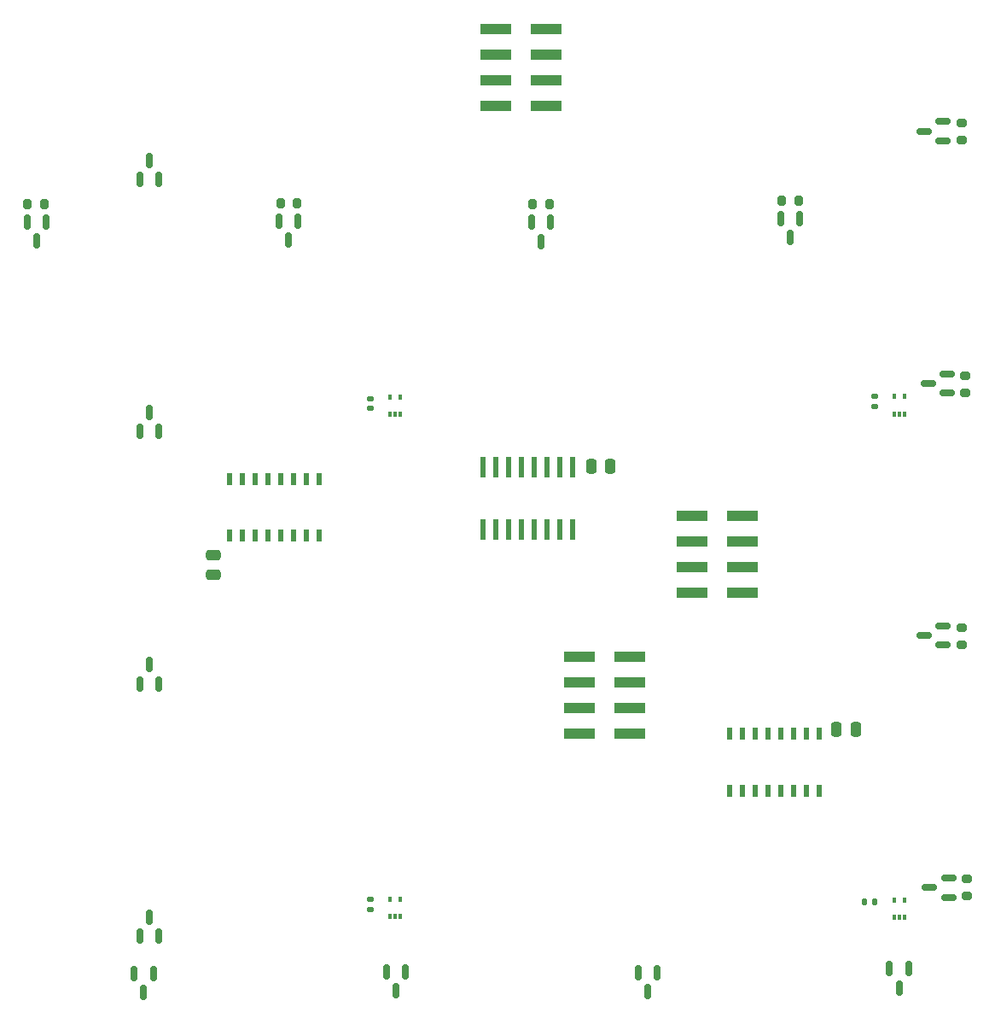
<source format=gbr>
%TF.GenerationSoftware,KiCad,Pcbnew,(6.0.2)*%
%TF.CreationDate,2022-06-27T16:52:27+02:00*%
%TF.ProjectId,RowdyTestBoard2,526f7764-7954-4657-9374-426f61726432,rev?*%
%TF.SameCoordinates,Original*%
%TF.FileFunction,Paste,Bot*%
%TF.FilePolarity,Positive*%
%FSLAX46Y46*%
G04 Gerber Fmt 4.6, Leading zero omitted, Abs format (unit mm)*
G04 Created by KiCad (PCBNEW (6.0.2)) date 2022-06-27 16:52:27*
%MOMM*%
%LPD*%
G01*
G04 APERTURE LIST*
G04 Aperture macros list*
%AMRoundRect*
0 Rectangle with rounded corners*
0 $1 Rounding radius*
0 $2 $3 $4 $5 $6 $7 $8 $9 X,Y pos of 4 corners*
0 Add a 4 corners polygon primitive as box body*
4,1,4,$2,$3,$4,$5,$6,$7,$8,$9,$2,$3,0*
0 Add four circle primitives for the rounded corners*
1,1,$1+$1,$2,$3*
1,1,$1+$1,$4,$5*
1,1,$1+$1,$6,$7*
1,1,$1+$1,$8,$9*
0 Add four rect primitives between the rounded corners*
20,1,$1+$1,$2,$3,$4,$5,0*
20,1,$1+$1,$4,$5,$6,$7,0*
20,1,$1+$1,$6,$7,$8,$9,0*
20,1,$1+$1,$8,$9,$2,$3,0*%
G04 Aperture macros list end*
%ADD10R,3.150000X1.000000*%
%ADD11RoundRect,0.140000X-0.170000X0.140000X-0.170000X-0.140000X0.170000X-0.140000X0.170000X0.140000X0*%
%ADD12RoundRect,0.250000X-0.250000X-0.475000X0.250000X-0.475000X0.250000X0.475000X-0.250000X0.475000X0*%
%ADD13RoundRect,0.200000X0.200000X0.275000X-0.200000X0.275000X-0.200000X-0.275000X0.200000X-0.275000X0*%
%ADD14RoundRect,0.150000X-0.150000X0.587500X-0.150000X-0.587500X0.150000X-0.587500X0.150000X0.587500X0*%
%ADD15RoundRect,0.150000X0.150000X-0.587500X0.150000X0.587500X-0.150000X0.587500X-0.150000X-0.587500X0*%
%ADD16R,0.375000X0.500000*%
%ADD17RoundRect,0.200000X0.275000X-0.200000X0.275000X0.200000X-0.275000X0.200000X-0.275000X-0.200000X0*%
%ADD18RoundRect,0.140000X0.140000X0.170000X-0.140000X0.170000X-0.140000X-0.170000X0.140000X-0.170000X0*%
%ADD19RoundRect,0.150000X0.587500X0.150000X-0.587500X0.150000X-0.587500X-0.150000X0.587500X-0.150000X0*%
%ADD20R,0.600000X1.200000*%
%ADD21R,0.500000X2.000000*%
%ADD22RoundRect,0.250000X-0.475000X0.250000X-0.475000X-0.250000X0.475000X-0.250000X0.475000X0.250000X0*%
G04 APERTURE END LIST*
D10*
%TO.C,J3*%
X152486600Y-52222400D03*
X147436600Y-52222400D03*
X152486600Y-54762400D03*
X147436600Y-54762400D03*
X152486600Y-57302400D03*
X147436600Y-57302400D03*
X152486600Y-59842400D03*
X147436600Y-59842400D03*
%TD*%
D11*
%TO.C,C4*%
X135026400Y-88851800D03*
X135026400Y-89811800D03*
%TD*%
D12*
%TO.C,C2*%
X181259400Y-121615200D03*
X183159400Y-121615200D03*
%TD*%
D13*
%TO.C,R4*%
X177497600Y-69178400D03*
X175847600Y-69178400D03*
%TD*%
D10*
%TO.C,J1*%
X171943000Y-100457000D03*
X166893000Y-100457000D03*
X171943000Y-102997000D03*
X166893000Y-102997000D03*
X171943000Y-105537000D03*
X166893000Y-105537000D03*
X171943000Y-108077000D03*
X166893000Y-108077000D03*
%TD*%
D14*
%TO.C,Q8*%
X175732400Y-70976100D03*
X177632400Y-70976100D03*
X176682400Y-72851100D03*
%TD*%
%TO.C,Q12*%
X186527400Y-145366500D03*
X188427400Y-145366500D03*
X187477400Y-147241500D03*
%TD*%
%TO.C,Q10*%
X136616400Y-145645900D03*
X138516400Y-145645900D03*
X137566400Y-147520900D03*
%TD*%
D15*
%TO.C,Q3*%
X114030800Y-117091700D03*
X112130800Y-117091700D03*
X113080800Y-115216700D03*
%TD*%
D11*
%TO.C,C6*%
X135026400Y-138508800D03*
X135026400Y-139468800D03*
%TD*%
D16*
%TO.C,IC2*%
X187977400Y-90336800D03*
X187477400Y-90336800D03*
X186977400Y-90336800D03*
X186977400Y-88636800D03*
X187977400Y-88636800D03*
%TD*%
D17*
%TO.C,R6*%
X194056000Y-88238600D03*
X194056000Y-86588600D03*
%TD*%
D15*
%TO.C,Q2*%
X114030800Y-92091700D03*
X112130800Y-92091700D03*
X113080800Y-90216700D03*
%TD*%
D13*
%TO.C,R3*%
X152770200Y-69534000D03*
X151120200Y-69534000D03*
%TD*%
D15*
%TO.C,Q4*%
X114030800Y-142091700D03*
X112130800Y-142091700D03*
X113080800Y-140216700D03*
%TD*%
D18*
%TO.C,C7*%
X185011000Y-138684000D03*
X184051000Y-138684000D03*
%TD*%
D14*
%TO.C,Q7*%
X151018200Y-71363500D03*
X152918200Y-71363500D03*
X151968200Y-73238500D03*
%TD*%
D17*
%TO.C,R8*%
X194183000Y-138086600D03*
X194183000Y-136436600D03*
%TD*%
D13*
%TO.C,R2*%
X127738000Y-69449800D03*
X126088000Y-69449800D03*
%TD*%
D10*
%TO.C,J2*%
X155742400Y-122047000D03*
X160792400Y-122047000D03*
X155742400Y-119507000D03*
X160792400Y-119507000D03*
X155742400Y-116967000D03*
X160792400Y-116967000D03*
X155742400Y-114427000D03*
X160792400Y-114427000D03*
%TD*%
D17*
%TO.C,R5*%
X193649600Y-63156600D03*
X193649600Y-61506600D03*
%TD*%
D19*
%TO.C,Q13*%
X191848100Y-61364600D03*
X191848100Y-63264600D03*
X189973100Y-62314600D03*
%TD*%
D16*
%TO.C,IC1*%
X137939400Y-90404800D03*
X137439400Y-90404800D03*
X136939400Y-90404800D03*
X136939400Y-88704800D03*
X137939400Y-88704800D03*
%TD*%
D17*
%TO.C,R7*%
X193649600Y-113194600D03*
X193649600Y-111544600D03*
%TD*%
D19*
%TO.C,Q16*%
X192381500Y-136364600D03*
X192381500Y-138264600D03*
X190506500Y-137314600D03*
%TD*%
D11*
%TO.C,C5*%
X185064400Y-88625800D03*
X185064400Y-89585800D03*
%TD*%
D20*
%TO.C,U1*%
X121031000Y-96829000D03*
X122301000Y-96829000D03*
X123571000Y-96829000D03*
X124841000Y-96829000D03*
X126111000Y-96829000D03*
X127381000Y-96829000D03*
X128651000Y-96829000D03*
X129921000Y-96829000D03*
X129921000Y-102429000D03*
X128651000Y-102429000D03*
X127381000Y-102429000D03*
X126111000Y-102429000D03*
X124841000Y-102429000D03*
X123571000Y-102429000D03*
X122301000Y-102429000D03*
X121031000Y-102429000D03*
%TD*%
D19*
%TO.C,Q15*%
X191848100Y-111364600D03*
X191848100Y-113264600D03*
X189973100Y-112314600D03*
%TD*%
D20*
%TO.C,U2*%
X179552600Y-127676600D03*
X178282600Y-127676600D03*
X177012600Y-127676600D03*
X175742600Y-127676600D03*
X174472600Y-127676600D03*
X173202600Y-127676600D03*
X171932600Y-127676600D03*
X170662600Y-127676600D03*
X170662600Y-122076600D03*
X171932600Y-122076600D03*
X173202600Y-122076600D03*
X174472600Y-122076600D03*
X175742600Y-122076600D03*
X177012600Y-122076600D03*
X178282600Y-122076600D03*
X179552600Y-122076600D03*
%TD*%
D19*
%TO.C,Q14*%
X192254500Y-86364600D03*
X192254500Y-88264600D03*
X190379500Y-87314600D03*
%TD*%
D14*
%TO.C,Q6*%
X125923000Y-71260300D03*
X127823000Y-71260300D03*
X126873000Y-73135300D03*
%TD*%
%TO.C,Q9*%
X111572000Y-145798300D03*
X113472000Y-145798300D03*
X112522000Y-147673300D03*
%TD*%
%TO.C,Q11*%
X161559200Y-145747500D03*
X163459200Y-145747500D03*
X162509200Y-147622500D03*
%TD*%
%TO.C,Q5*%
X100980200Y-71325500D03*
X102880200Y-71325500D03*
X101930200Y-73200500D03*
%TD*%
D15*
%TO.C,Q1*%
X114030800Y-67091700D03*
X112130800Y-67091700D03*
X113080800Y-65216700D03*
%TD*%
D16*
%TO.C,IC4*%
X187977400Y-140219800D03*
X187477400Y-140219800D03*
X186977400Y-140219800D03*
X186977400Y-138519800D03*
X187977400Y-138519800D03*
%TD*%
D21*
%TO.C,U3*%
X155117800Y-101804400D03*
X153847800Y-101804400D03*
X152577800Y-101804400D03*
X151307800Y-101804400D03*
X150037800Y-101804400D03*
X148767800Y-101804400D03*
X147497800Y-101804400D03*
X146227800Y-101804400D03*
X146227800Y-95604400D03*
X147497800Y-95604400D03*
X148767800Y-95604400D03*
X150037800Y-95604400D03*
X151307800Y-95604400D03*
X152577800Y-95604400D03*
X153847800Y-95604400D03*
X155117800Y-95604400D03*
%TD*%
D12*
%TO.C,C3*%
X156900800Y-95580200D03*
X158800800Y-95580200D03*
%TD*%
D13*
%TO.C,R1*%
X102668200Y-69534000D03*
X101018200Y-69534000D03*
%TD*%
D22*
%TO.C,C1*%
X119405400Y-104373600D03*
X119405400Y-106273600D03*
%TD*%
D16*
%TO.C,IC3*%
X137939400Y-140188800D03*
X137439400Y-140188800D03*
X136939400Y-140188800D03*
X136939400Y-138488800D03*
X137939400Y-138488800D03*
%TD*%
M02*

</source>
